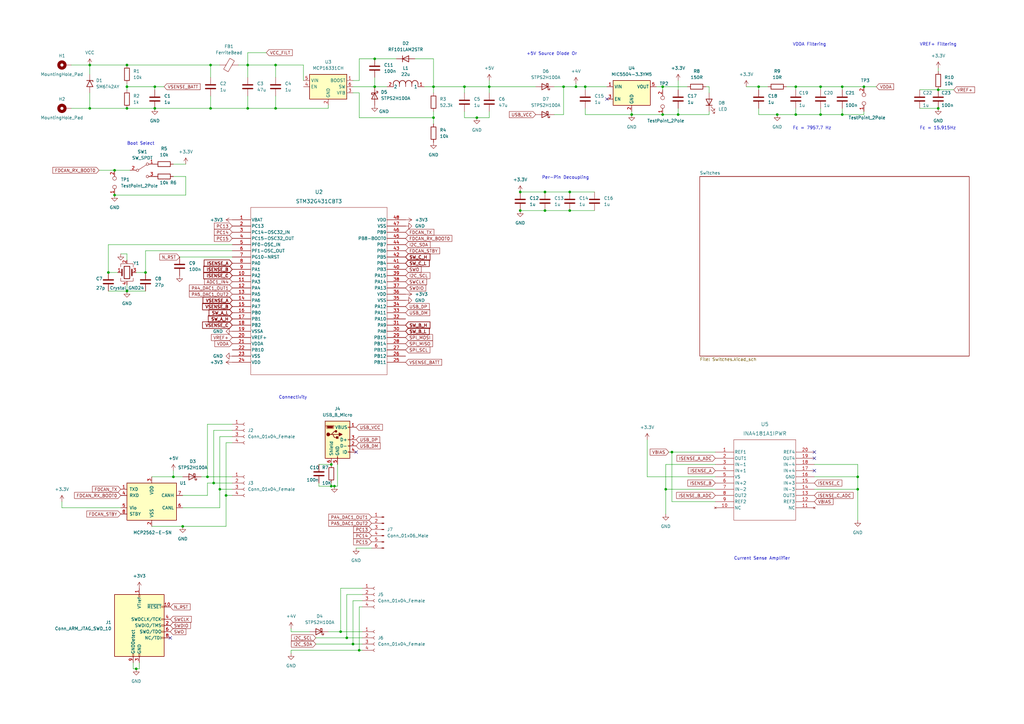
<source format=kicad_sch>
(kicad_sch (version 20211123) (generator eeschema)
  (paper "A3")
  (junction (at 384.81 44.45))
  (junction (at 259.08 46.99))
  (junction (at 190.5 35.56))
  (junction (at 273.05 200.66))
  (junction (at 137.16 199.39))
  (junction (at 354.33 35.56))
  (junction (at 101.6 26.67))
  (junction (at 223.52 86.36))
  (junction (at 71.12 195.58))
  (junction (at 139.7 259.08))
  (junction (at 153.67 35.56))
  (junction (at 85.09 195.58))
  (junction (at 113.03 26.67))
  (junction (at 336.55 35.56))
  (junction (at 113.03 44.45))
  (junction (at 52.07 35.56))
  (junction (at 147.32 266.7))
  (junction (at 213.36 78.74))
  (junction (at 142.24 261.62))
  (junction (at 63.5 44.45))
  (junction (at 36.83 44.45))
  (junction (at 63.5 35.56))
  (junction (at 233.68 78.74))
  (junction (at 213.36 86.36))
  (junction (at 351.79 195.58))
  (junction (at 271.78 35.56))
  (junction (at 52.07 119.38))
  (junction (at 74.93 215.9))
  (junction (at 345.44 35.56))
  (junction (at 55.88 274.32))
  (junction (at 144.78 264.16))
  (junction (at 233.68 86.36))
  (junction (at 86.36 26.67))
  (junction (at 44.45 111.76))
  (junction (at 59.69 111.76))
  (junction (at 52.07 44.45))
  (junction (at 351.79 200.66))
  (junction (at 153.67 24.13))
  (junction (at 384.81 36.83))
  (junction (at 240.03 35.56))
  (junction (at 86.36 44.45))
  (junction (at 345.44 46.99))
  (junction (at 318.77 46.99))
  (junction (at 271.78 46.99))
  (junction (at 87.63 198.12))
  (junction (at 231.14 35.56))
  (junction (at 236.22 35.56))
  (junction (at 135.89 190.5))
  (junction (at 177.8 48.26))
  (junction (at 326.39 46.99))
  (junction (at 46.99 69.85))
  (junction (at 278.13 46.99))
  (junction (at 101.6 44.45))
  (junction (at 311.15 35.56))
  (junction (at 200.66 35.56))
  (junction (at 46.99 80.01))
  (junction (at 90.17 200.66))
  (junction (at 92.71 203.2))
  (junction (at 36.83 26.67))
  (junction (at 326.39 35.56))
  (junction (at 195.58 48.26))
  (junction (at 336.55 46.99))
  (junction (at 275.59 185.42))
  (junction (at 135.89 199.39))
  (junction (at 52.07 26.67))
  (junction (at 177.8 35.56))
  (junction (at 223.52 78.74))
  (no_connect (at 69.85 261.62))
  (no_connect (at 334.01 193.04))
  (no_connect (at 248.92 40.64))
  (no_connect (at 146.05 185.42))
  (no_connect (at 334.01 185.42))
  (no_connect (at 334.01 187.96))
  (wire (pts (xy 377.19 36.83) (xy 384.81 36.83)))
  (wire (pts (xy 90.17 208.28) (xy 90.17 200.66)))
  (wire (pts (xy 345.44 35.56) (xy 345.44 36.83)))
  (wire (pts (xy 318.77 46.99) (xy 326.39 46.99)))
  (wire (pts (xy 311.15 46.99) (xy 318.77 46.99)))
  (wire (pts (xy 59.69 102.87) (xy 95.25 102.87)))
  (wire (pts (xy 87.63 176.53) (xy 87.63 198.12)))
  (wire (pts (xy 177.8 48.26) (xy 177.8 50.8)))
  (wire (pts (xy 275.59 205.74) (xy 293.37 205.74)))
  (wire (pts (xy 153.67 24.13) (xy 162.56 24.13)))
  (wire (pts (xy 142.24 243.84) (xy 142.24 261.62)))
  (wire (pts (xy 52.07 44.45) (xy 63.5 44.45)))
  (wire (pts (xy 311.15 44.45) (xy 311.15 46.99)))
  (wire (pts (xy 49.53 104.14) (xy 52.07 104.14)))
  (wire (pts (xy 25.4 208.28) (xy 49.53 208.28)))
  (wire (pts (xy 144.78 264.16) (xy 148.59 264.16)))
  (wire (pts (xy 86.36 39.37) (xy 86.36 44.45)))
  (wire (pts (xy 101.6 44.45) (xy 113.03 44.45)))
  (wire (pts (xy 273.05 200.66) (xy 273.05 210.82)))
  (wire (pts (xy 275.59 185.42) (xy 293.37 185.42)))
  (wire (pts (xy 86.36 26.67) (xy 52.07 26.67)))
  (wire (pts (xy 290.83 46.99) (xy 278.13 46.99)))
  (wire (pts (xy 138.43 190.5) (xy 138.43 199.39)))
  (wire (pts (xy 82.55 195.58) (xy 85.09 195.58)))
  (wire (pts (xy 36.83 44.45) (xy 52.07 44.45)))
  (wire (pts (xy 139.7 259.08) (xy 148.59 259.08)))
  (wire (pts (xy 44.45 119.38) (xy 52.07 119.38)))
  (wire (pts (xy 273.05 190.5) (xy 273.05 200.66)))
  (wire (pts (xy 170.18 24.13) (xy 177.8 24.13)))
  (wire (pts (xy 74.93 215.9) (xy 92.71 215.9)))
  (wire (pts (xy 124.46 26.67) (xy 113.03 26.67)))
  (wire (pts (xy 86.36 44.45) (xy 63.5 44.45)))
  (wire (pts (xy 233.68 86.36) (xy 243.84 86.36)))
  (wire (pts (xy 124.46 33.02) (xy 124.46 26.67)))
  (wire (pts (xy 29.21 44.45) (xy 36.83 44.45)))
  (wire (pts (xy 269.24 35.56) (xy 271.78 35.56)))
  (wire (pts (xy 92.71 181.61) (xy 92.71 203.2)))
  (wire (pts (xy 273.05 200.66) (xy 293.37 200.66)))
  (wire (pts (xy 40.64 69.85) (xy 46.99 69.85)))
  (wire (pts (xy 76.2 72.39) (xy 76.2 80.01)))
  (wire (pts (xy 36.83 26.67) (xy 36.83 30.48)))
  (wire (pts (xy 52.07 119.38) (xy 59.69 119.38)))
  (wire (pts (xy 36.83 38.1) (xy 36.83 44.45)))
  (wire (pts (xy 95.25 181.61) (xy 92.71 181.61)))
  (wire (pts (xy 119.38 267.97) (xy 119.38 266.7)))
  (wire (pts (xy 52.07 116.84) (xy 52.07 119.38)))
  (wire (pts (xy 354.33 45.72) (xy 354.33 46.99)))
  (wire (pts (xy 130.81 199.39) (xy 135.89 199.39)))
  (wire (pts (xy 336.55 46.99) (xy 345.44 46.99)))
  (wire (pts (xy 63.5 35.56) (xy 52.07 35.56)))
  (wire (pts (xy 274.32 185.42) (xy 275.59 185.42)))
  (wire (pts (xy 240.03 35.56) (xy 248.92 35.56)))
  (wire (pts (xy 278.13 44.45) (xy 278.13 46.99)))
  (wire (pts (xy 86.36 44.45) (xy 101.6 44.45)))
  (wire (pts (xy 76.2 80.01) (xy 46.99 80.01)))
  (wire (pts (xy 129.54 261.62) (xy 142.24 261.62)))
  (wire (pts (xy 311.15 35.56) (xy 311.15 36.83)))
  (wire (pts (xy 384.81 27.94) (xy 384.81 29.21)))
  (wire (pts (xy 144.78 35.56) (xy 153.67 35.56)))
  (wire (pts (xy 25.4 205.74) (xy 25.4 208.28)))
  (wire (pts (xy 95.25 176.53) (xy 87.63 176.53)))
  (wire (pts (xy 119.38 266.7) (xy 147.32 266.7)))
  (wire (pts (xy 92.71 215.9) (xy 92.71 203.2)))
  (wire (pts (xy 92.71 203.2) (xy 95.25 203.2)))
  (wire (pts (xy 231.14 35.56) (xy 227.33 35.56)))
  (wire (pts (xy 236.22 35.56) (xy 231.14 35.56)))
  (wire (pts (xy 336.55 44.45) (xy 336.55 46.99)))
  (wire (pts (xy 265.43 180.34) (xy 265.43 195.58)))
  (wire (pts (xy 101.6 26.67) (xy 113.03 26.67)))
  (wire (pts (xy 71.12 195.58) (xy 74.93 195.58)))
  (wire (pts (xy 236.22 34.29) (xy 236.22 35.56)))
  (wire (pts (xy 101.6 21.59) (xy 101.6 26.67)))
  (wire (pts (xy 90.17 179.07) (xy 90.17 200.66)))
  (wire (pts (xy 63.5 35.56) (xy 67.31 35.56)))
  (wire (pts (xy 86.36 26.67) (xy 90.17 26.67)))
  (wire (pts (xy 240.03 36.83) (xy 240.03 35.56)))
  (wire (pts (xy 71.12 193.04) (xy 71.12 195.58)))
  (wire (pts (xy 44.45 100.33) (xy 95.25 100.33)))
  (wire (pts (xy 139.7 241.3) (xy 139.7 259.08)))
  (wire (pts (xy 146.05 224.79) (xy 152.4 224.79)))
  (wire (pts (xy 334.01 200.66) (xy 351.79 200.66)))
  (wire (pts (xy 377.19 44.45) (xy 384.81 44.45)))
  (wire (pts (xy 135.89 198.12) (xy 135.89 199.39)))
  (wire (pts (xy 36.83 26.67) (xy 52.07 26.67)))
  (wire (pts (xy 195.58 48.26) (xy 200.66 48.26)))
  (wire (pts (xy 55.88 111.76) (xy 59.69 111.76)))
  (wire (pts (xy 259.08 46.99) (xy 271.78 46.99)))
  (wire (pts (xy 147.32 266.7) (xy 148.59 266.7)))
  (wire (pts (xy 259.08 45.72) (xy 259.08 46.99)))
  (wire (pts (xy 147.32 33.02) (xy 147.32 24.13)))
  (wire (pts (xy 73.66 105.41) (xy 95.25 105.41)))
  (wire (pts (xy 134.62 259.08) (xy 139.7 259.08)))
  (wire (pts (xy 177.8 45.72) (xy 177.8 48.26)))
  (wire (pts (xy 63.5 36.83) (xy 63.5 35.56)))
  (wire (pts (xy 351.79 190.5) (xy 351.79 195.58)))
  (wire (pts (xy 384.81 36.83) (xy 391.16 36.83)))
  (wire (pts (xy 119.38 259.08) (xy 119.38 257.81)))
  (wire (pts (xy 326.39 35.56) (xy 326.39 36.83)))
  (wire (pts (xy 227.33 46.99) (xy 231.14 46.99)))
  (wire (pts (xy 147.32 248.92) (xy 147.32 266.7)))
  (wire (pts (xy 190.5 35.56) (xy 190.5 38.1)))
  (wire (pts (xy 190.5 35.56) (xy 200.66 35.56)))
  (wire (pts (xy 97.79 26.67) (xy 101.6 26.67)))
  (wire (pts (xy 271.78 35.56) (xy 281.94 35.56)))
  (wire (pts (xy 213.36 86.36) (xy 223.52 86.36)))
  (wire (pts (xy 134.62 43.18) (xy 134.62 44.45)))
  (wire (pts (xy 147.32 24.13) (xy 153.67 24.13)))
  (wire (pts (xy 336.55 35.56) (xy 345.44 35.56)))
  (wire (pts (xy 354.33 46.99) (xy 345.44 46.99)))
  (wire (pts (xy 177.8 35.56) (xy 177.8 38.1)))
  (wire (pts (xy 59.69 102.87) (xy 59.69 111.76)))
  (wire (pts (xy 326.39 35.56) (xy 336.55 35.56)))
  (wire (pts (xy 278.13 33.02) (xy 278.13 36.83)))
  (wire (pts (xy 85.09 195.58) (xy 95.25 195.58)))
  (wire (pts (xy 138.43 199.39) (xy 137.16 199.39)))
  (wire (pts (xy 29.21 26.67) (xy 36.83 26.67)))
  (wire (pts (xy 271.78 46.99) (xy 278.13 46.99)))
  (wire (pts (xy 153.67 35.56) (xy 158.75 35.56)))
  (wire (pts (xy 130.81 190.5) (xy 135.89 190.5)))
  (wire (pts (xy 113.03 31.75) (xy 113.03 26.67)))
  (wire (pts (xy 345.44 35.56) (xy 354.33 35.56)))
  (wire (pts (xy 240.03 35.56) (xy 236.22 35.56)))
  (wire (pts (xy 311.15 35.56) (xy 314.96 35.56)))
  (wire (pts (xy 351.79 200.66) (xy 351.79 213.36)))
  (wire (pts (xy 52.07 35.56) (xy 52.07 36.83)))
  (wire (pts (xy 86.36 26.67) (xy 86.36 31.75)))
  (wire (pts (xy 52.07 106.68) (xy 52.07 104.14)))
  (wire (pts (xy 345.44 44.45) (xy 345.44 46.99)))
  (wire (pts (xy 231.14 46.99) (xy 231.14 35.56)))
  (wire (pts (xy 101.6 26.67) (xy 101.6 31.75)))
  (wire (pts (xy 85.09 173.99) (xy 85.09 195.58)))
  (wire (pts (xy 113.03 39.37) (xy 113.03 44.45)))
  (wire (pts (xy 119.38 259.08) (xy 127 259.08)))
  (wire (pts (xy 144.78 246.38) (xy 144.78 264.16)))
  (wire (pts (xy 101.6 39.37) (xy 101.6 44.45)))
  (wire (pts (xy 200.66 35.56) (xy 219.71 35.56)))
  (wire (pts (xy 326.39 46.99) (xy 336.55 46.99)))
  (wire (pts (xy 144.78 38.1) (xy 147.32 38.1)))
  (wire (pts (xy 52.07 34.29) (xy 52.07 35.56)))
  (wire (pts (xy 90.17 200.66) (xy 95.25 200.66)))
  (wire (pts (xy 71.12 67.31) (xy 76.2 67.31)))
  (wire (pts (xy 62.23 195.58) (xy 71.12 195.58)))
  (wire (pts (xy 95.25 179.07) (xy 90.17 179.07)))
  (wire (pts (xy 190.5 48.26) (xy 195.58 48.26)))
  (wire (pts (xy 71.12 72.39) (xy 76.2 72.39)))
  (wire (pts (xy 44.45 100.33) (xy 44.45 111.76)))
  (wire (pts (xy 275.59 185.42) (xy 275.59 205.74)))
  (wire (pts (xy 306.07 35.56) (xy 311.15 35.56)))
  (wire (pts (xy 334.01 195.58) (xy 351.79 195.58)))
  (wire (pts (xy 336.55 35.56) (xy 336.55 36.83)))
  (wire (pts (xy 326.39 46.99) (xy 326.39 44.45)))
  (wire (pts (xy 233.68 78.74) (xy 243.84 78.74)))
  (wire (pts (xy 44.45 111.76) (xy 48.26 111.76)))
  (wire (pts (xy 147.32 38.1) (xy 147.32 48.26)))
  (wire (pts (xy 200.66 35.56) (xy 200.66 33.02)))
  (wire (pts (xy 87.63 198.12) (xy 95.25 198.12)))
  (wire (pts (xy 142.24 261.62) (xy 148.59 261.62)))
  (wire (pts (xy 109.22 21.59) (xy 101.6 21.59)))
  (wire (pts (xy 271.78 35.56) (xy 271.78 36.83)))
  (wire (pts (xy 173.99 35.56) (xy 177.8 35.56)))
  (wire (pts (xy 273.05 190.5) (xy 293.37 190.5)))
  (wire (pts (xy 177.8 35.56) (xy 190.5 35.56)))
  (wire (pts (xy 85.09 203.2) (xy 85.09 198.12)))
  (wire (pts (xy 177.8 24.13) (xy 177.8 35.56)))
  (wire (pts (xy 153.67 31.75) (xy 153.67 35.56)))
  (wire (pts (xy 55.88 274.32) (xy 57.15 274.32)))
  (wire (pts (xy 223.52 86.36) (xy 233.68 86.36)))
  (wire (pts (xy 334.01 190.5) (xy 351.79 190.5)))
  (wire (pts (xy 223.52 78.74) (xy 233.68 78.74)))
  (wire (pts (xy 129.54 264.16) (xy 144.78 264.16)))
  (wire (pts (xy 57.15 274.32) (xy 57.15 271.78)))
  (wire (pts (xy 290.83 45.72) (xy 290.83 46.99)))
  (wire (pts (xy 240.03 44.45) (xy 240.03 46.99)))
  (wire (pts (xy 95.25 173.99) (xy 85.09 173.99)))
  (wire (pts (xy 290.83 35.56) (xy 290.83 38.1)))
  (wire (pts (xy 134.62 44.45) (xy 113.03 44.45)))
  (wire (pts (xy 351.79 195.58) (xy 351.79 200.66)))
  (wire (pts (xy 144.78 33.02) (xy 147.32 33.02)))
  (wire (pts (xy 322.58 35.56) (xy 326.39 35.56)))
  (wire (pts (xy 190.5 45.72) (xy 190.5 48.26)))
  (wire (pts (xy 200.66 45.72) (xy 200.66 48.26)))
  (wire (pts (xy 85.09 198.12) (xy 87.63 198.12)))
  (wire (pts (xy 62.23 215.9) (xy 74.93 215.9)))
  (wire (pts (xy 74.93 208.28) (xy 90.17 208.28)))
  (wire (pts (xy 200.66 38.1) (xy 200.66 35.56)))
  (wire (pts (xy 74.93 203.2) (xy 85.09 203.2)))
  (wire (pts (xy 148.59 248.92) (xy 147.32 248.92)))
  (wire (pts (xy 135.89 199.39) (xy 137.16 199.39)))
  (wire (pts (xy 147.32 48.26) (xy 177.8 48.26)))
  (wire (pts (xy 130.81 198.12) (xy 130.81 199.39)))
  (wire (pts (xy 240.03 46.99) (xy 259.08 46.99)))
  (wire (pts (xy 148.59 246.38) (xy 144.78 246.38)))
  (wire (pts (xy 54.61 271.78) (xy 54.61 274.32)))
  (wire (pts (xy 354.33 35.56) (xy 359.41 35.56)))
  (wire (pts (xy 148.59 243.84) (xy 142.24 243.84)))
  (wire (pts (xy 213.36 78.74) (xy 223.52 78.74)))
  (wire (pts (xy 289.56 35.56) (xy 290.83 35.56)))
  (wire (pts (xy 46.99 69.85) (xy 53.34 69.85)))
  (wire (pts (xy 265.43 195.58) (xy 293.37 195.58)))
  (wire (pts (xy 54.61 274.32) (xy 55.88 274.32)))
  (wire (pts (xy 148.59 241.3) (xy 139.7 241.3)))
  (text "Fc = 7957.7 Hz" (at 325.12 53.34 0) (effects (font (size 1.27 1.27)) (justify left bottom)))
  (text "Current Sense Amplifier" (at 300.99 229.87 0) (effects (font (size 1.27 1.27)) (justify left bottom)))
  (text "VREF+ Filtering\n" (at 377.19 19.05 0) (effects (font (size 1.27 1.27)) (justify left bottom)))
  (text "Fc = 15.915Hz " (at 377.19 53.34 0) (effects (font (size 1.27 1.27)) (justify left bottom)))
  (text "Boot Select" (at 52.07 59.69 0) (effects (font (size 1.27 1.27)) (justify left bottom)))
  (text "+5V Source Diode Or" (at 215.9 22.86 0) (effects (font (size 1.27 1.27)) (justify left bottom)))
  (text "VDDA Filtering\n" (at 325.12 19.05 0) (effects (font (size 1.27 1.27)) (justify left bottom)))
  (text "Per-Pin Decoupling" (at 222.25 73.66 0) (effects (font (size 1.27 1.27)) (justify left bottom)))
  (text "Connectivity" (at 114.3 163.83 0) (effects (font (size 1.27 1.27)) (justify left bottom)))
  (global_label "VSENSE_BATT" (shape input) (at 67.31 35.56 0) (property "Intersheet References" "${INTERSHEET_REFS}" (effects hide)))
  (global_label "VCC_FILT" (shape input) (at 109.22 21.59 0) (property "Intersheet References" "${INTERSHEET_REFS}" (effects hide)))
  (global_label "USB_VCC" (shape input) (at 219.71 46.99 180) (property "Intersheet References" "${INTERSHEET_REFS}" (effects hide)))
  (global_label "SW_C_L" (shape input) (at 166.37 107.95 0) (effects (font (thickness 0.254) bold)) (property "Intersheet References" "${INTERSHEET_REFS}" (effects hide)))
  (global_label "VSENSE_B" (shape input) (at 95.25 125.73 180) (effects (font (thickness 0.254) bold)) (property "Intersheet References" "${INTERSHEET_REFS}" (effects hide)))
  (global_label "ISENSE_B" (shape input) (at 95.25 110.49 180) (effects (font (thickness 0.254) bold)) (property "Intersheet References" "${INTERSHEET_REFS}" (effects hide)))
  (global_label "VSENSE_BATT" (shape input) (at 166.37 148.59 0) (property "Intersheet References" "${INTERSHEET_REFS}" (effects hide)))
  (global_label "N_RST" (shape input) (at 69.85 248.92 0) (property "Intersheet References" "${INTERSHEET_REFS}" (effects hide)))
  (global_label "FDCAN_TX" (shape input) (at 166.37 95.25 0) (property "Intersheet References" "${INTERSHEET_REFS}" (effects hide)))
  (global_label "FDCAN_STBY" (shape input) (at 49.53 210.82 180) (property "Intersheet References" "${INTERSHEET_REFS}" (effects hide)))
  (global_label "I2C_SDA" (shape input) (at 129.54 264.16 180) (property "Intersheet References" "${INTERSHEET_REFS}" (effects hide)))
  (global_label "PC14" (shape input) (at 95.25 95.25 180) (property "Intersheet References" "${INTERSHEET_REFS}" (effects hide)))
  (global_label "ISENSE_A" (shape input) (at 293.37 193.04 180) (property "Intersheet References" "${INTERSHEET_REFS}" (effects hide)))
  (global_label "PA5_DAC1_OUT2" (shape input) (at 95.25 120.65 180) (property "Intersheet References" "${INTERSHEET_REFS}" (effects hide)))
  (global_label "SWO" (shape input) (at 166.37 110.49 0) (property "Intersheet References" "${INTERSHEET_REFS}" (effects hide)))
  (global_label "SPI_MISO" (shape input) (at 166.37 140.97 0) (property "Intersheet References" "${INTERSHEET_REFS}" (effects hide)))
  (global_label "SW_B_L" (shape input) (at 166.37 135.89 0) (effects (font (thickness 0.254) bold)) (property "Intersheet References" "${INTERSHEET_REFS}" (effects hide)))
  (global_label "SW_C_H" (shape input) (at 166.37 105.41 0) (effects (font (thickness 0.254) bold)) (property "Intersheet References" "${INTERSHEET_REFS}" (effects hide)))
  (global_label "SWO" (shape input) (at 69.85 259.08 0) (property "Intersheet References" "${INTERSHEET_REFS}" (effects hide)))
  (global_label "N_RST" (shape input) (at 73.66 105.41 180) (property "Intersheet References" "${INTERSHEET_REFS}" (effects hide)))
  (global_label "PA4_DAC1_OUT1" (shape input) (at 95.25 118.11 180) (property "Intersheet References" "${INTERSHEET_REFS}" (effects hide)))
  (global_label "PC14" (shape input) (at 152.4 219.71 180) (property "Intersheet References" "${INTERSHEET_REFS}" (effects hide)))
  (global_label "SW_B_H" (shape input) (at 166.37 133.35 0) (effects (font (thickness 0.254) bold)) (property "Intersheet References" "${INTERSHEET_REFS}" (effects hide)))
  (global_label "SPI_MOSI" (shape input) (at 166.37 138.43 0) (property "Intersheet References" "${INTERSHEET_REFS}" (effects hide)))
  (global_label "PC15" (shape input) (at 95.25 97.79 180) (property "Intersheet References" "${INTERSHEET_REFS}" (effects hide)))
  (global_label "SWCLK" (shape input) (at 166.37 115.57 0) (property "Intersheet References" "${INTERSHEET_REFS}" (effects hide)))
  (global_label "SWDIO" (shape input) (at 166.37 118.11 0) (property "Intersheet References" "${INTERSHEET_REFS}" (effects hide)))
  (global_label "ADC1_IN4" (shape input) (at 95.25 115.57 180) (property "Intersheet References" "${INTERSHEET_REFS}" (effects hide)))
  (global_label "FDCAN_STBY" (shape input) (at 166.37 102.87 0) (property "Intersheet References" "${INTERSHEET_REFS}" (effects hide)))
  (global_label "I2C_SDA" (shape input) (at 166.37 100.33 0) (property "Intersheet References" "${INTERSHEET_REFS}" (effects hide)))
  (global_label "PA4_DAC1_OUT1" (shape input) (at 152.4 212.09 180) (property "Intersheet References" "${INTERSHEET_REFS}" (effects hide)))
  (global_label "USB_DM" (shape input) (at 146.05 182.88 0) (property "Intersheet References" "${INTERSHEET_REFS}" (effects hide)))
  (global_label "ISENSE_A" (shape input) (at 95.25 107.95 180) (effects (font (thickness 0.254) bold)) (property "Intersheet References" "${INTERSHEET_REFS}" (effects hide)))
  (global_label "ISENSE_C_ADC" (shape input) (at 334.01 203.2 0) (property "Intersheet References" "${INTERSHEET_REFS}" (effects hide)))
  (global_label "FDCAN_RX_BOOT0" (shape input) (at 166.37 97.79 0) (property "Intersheet References" "${INTERSHEET_REFS}" (effects hide)))
  (global_label "ISENSE_A_ADC" (shape input) (at 293.37 187.96 180) (property "Intersheet References" "${INTERSHEET_REFS}" (effects hide)))
  (global_label "VDDA" (shape input) (at 359.41 35.56 0) (property "Intersheet References" "${INTERSHEET_REFS}" (effects hide)))
  (global_label "PA5_DAC1_OUT2" (shape input) (at 152.4 214.63 180) (property "Intersheet References" "${INTERSHEET_REFS}" (effects hide)))
  (global_label "PC15" (shape input) (at 152.4 222.25 180) (property "Intersheet References" "${INTERSHEET_REFS}" (effects hide)))
  (global_label "ISENSE_B_ADC" (shape input) (at 293.37 203.2 180) (property "Intersheet References" "${INTERSHEET_REFS}" (effects hide)))
  (global_label "USB_DP" (shape input) (at 146.05 180.34 0) (property "Intersheet References" "${INTERSHEET_REFS}" (effects hide)))
  (global_label "ISENSE_C" (shape input) (at 95.25 113.03 180) (effects (font (thickness 0.254) bold)) (property "Intersheet References" "${INTERSHEET_REFS}" (effects hide)))
  (global_label "VDDA" (shape input) (at 95.25 140.97 180) (property "Intersheet References" "${INTERSHEET_REFS}" (effects hide)))
  (global_label "USB_VCC" (shape input) (at 146.05 175.26 0) (property "Intersheet References" "${INTERSHEET_REFS}" (effects hide)))
  (global_label "FDCAN_RX_BOOT0" (shape input) (at 40.64 69.85 180) (property "Intersheet References" "${INTERSHEET_REFS}" (effects hide)))
  (global_label "VREF+" (shape input) (at 391.16 36.83 0) (property "Intersheet References" "${INTERSHEET_REFS}" (effects hide)))
  (global_label "SPI_SCL" (shape input) (at 166.37 143.51 0) (property "Intersheet References" "${INTERSHEET_REFS}" (effects hide)))
  (global_label "FDCAN_TX" (shape input) (at 49.53 200.66 180) (property "Intersheet References" "${INTERSHEET_REFS}" (effects hide)))
  (global_label "SW_A_L" (shape input) (at 95.25 128.27 180) (effects (font (thickness 0.254) bold)) (property "Intersheet References" "${INTERSHEET_REFS}" (effects hide)))
  (global_label "ISENSE_C" (shape input) (at 334.01 198.12 0) (property "Intersheet References" "${INTERSHEET_REFS}" (effects hide)))
  (global_label "VREF+" (shape input) (at 95.25 138.43 180) (property "Intersheet References" "${INTERSHEET_REFS}" (effects hide)))
  (global_label "PC13" (shape input) (at 152.4 217.17 180) (property "Intersheet References" "${INTERSHEET_REFS}" (effects hide)))
  (global_label "ISENSE_B" (shape input) (at 293.37 198.12 180) (property "Intersheet References" "${INTERSHEET_REFS}" (effects hide)))
  (global_label "I2C_SCL" (shape input) (at 129.54 261.62 180) (property "Intersheet References" "${INTERSHEET_REFS}" (effects hide)))
  (global_label "USB_DM" (shape input) (at 166.37 128.27 0) (property "Intersheet References" "${INTERSHEET_REFS}" (effects hide)))
  (global_label "VSENSE_C" (shape input) (at 95.25 133.35 180) (effects (font (thickness 0.254) bold)) (property "Intersheet References" "${INTERSHEET_REFS}" (effects hide)))
  (global_label "FDCAN_RX_BOOT0" (shape input) (at 49.53 203.2 180) (property "Intersheet References" "${INTERSHEET_REFS}" (effects hide)))
  (global_label "VBIAS" (shape input) (at 274.32 185.42 180) (property "Intersheet References" "${INTERSHEET_REFS}" (effects hide)))
  (global_label "SWDIO" (shape input) (at 69.85 256.54 0) (property "Intersheet References" "${INTERSHEET_REFS}" (effects hide)))
  (global_label "PC13" (shape input) (at 95.25 92.71 180) (property "Intersheet References" "${INTERSHEET_REFS}" (effects hide)))
  (global_label "VSENSE_A" (shape input) (at 95.25 123.19 180) (effects (font (thickness 0.254) bold)) (property "Intersheet References" "${INTERSHEET_REFS}" (effects hide)))
  (global_label "USB_DP" (shape input) (at 166.37 125.73 0) (property "Intersheet References" "${INTERSHEET_REFS}" (effects hide)))
  (global_label "SWCLK" (shape input) (at 69.85 254 0) (property "Intersheet References" "${INTERSHEET_REFS}" (effects hide)))
  (global_label "VBIAS" (shape input) (at 334.01 205.74 0) (property "Intersheet References" "${INTERSHEET_REFS}" (effects hide)))
  (global_label "SW_A_H" (shape input) (at 95.25 130.81 180) (effects (font (thickness 0.254) bold)) (property "Intersheet References" "${INTERSHEET_REFS}" (effects hide)))
  (global_label "I2C_SCL" (shape input) (at 166.37 113.03 0) (property "Intersheet References" "${INTERSHEET_REFS}" (effects hide)))
  (symbol (lib_id "Device:C") (at 153.67 27.94 0) (unit 1)
    (property "Reference" "C11" (at 157.48 26.6699 0) (effects (justify left)))
    (property "Value" "100n" (at 157.48 29.2099 0) (effects (justify left)))
    (property "Footprint" "Capacitor_SMD:C_0603_1608Metric" (effects hide))
  )
  (symbol (lib_id "power:+3V3") (at 95.25 90.17 90) (unit 1)
    (property "Reference" "#PWR013" (effects hide))
    (property "Value" "+3V3" (at 91.44 90.1701 90) (effects (justify left)))
  )
  (symbol (lib_id "power:GND") (at 119.38 267.97 0) (unit 1)
    (property "Reference" "#PWR018" (effects hide))
    (property "Value" "GND" (at 119.38 273.05 0))
  )
  (symbol (lib_id "Device:C") (at 59.69 115.57 0) (unit 1)
    (property "Reference" "C8" (at 63.5 114.2999 0) (effects (justify left)))
    (property "Value" "27p" (at 63.5 116.8399 0) (effects (justify left)))
    (property "Footprint" "Resistor_SMD:R_0603_1608Metric" (effects hide))
  )
  (symbol (lib_id "power:GND") (at 146.05 224.79 0) (unit 1)
    (property "Reference" "#PWR020" (effects hide))
    (property "Value" "GND" (at 146.05 229.87 0))
  )
  (symbol (lib_id "power:GND") (at 351.79 213.36 0) (unit 1)
    (property "Reference" "#PWR038" (effects hide))
    (property "Value" "GND" (at 351.79 218.44 0))
  )
  (symbol (lib_id "power:+4V") (at 119.38 257.81 0) (unit 1)
    (property "Reference" "#PWR017" (effects hide))
    (property "Value" "+4V" (at 119.38 252.73 0))
  )
  (symbol (lib_id "Device:C") (at 384.81 40.64 0) (unit 1)
    (property "Reference" "C23" (at 386.08 38.1 0) (effects (justify left)))
    (property "Value" "100n" (at 386.08 43.18 0) (effects (justify left)))
    (property "Footprint" "Capacitor_SMD:C_0603_1608Metric" (effects hide))
  )
  (symbol (lib_id "power:GND") (at 95.25 146.05 270) (unit 1)
    (property "Reference" "#PWR015" (effects hide))
    (property "Value" "GND" (at 91.44 146.0501 90) (effects (justify right)))
  )
  (symbol (lib_id "Device:C") (at 213.36 82.55 0) (unit 1)
    (property "Reference" "C12" (at 217.17 81.2799 0) (effects (justify left)))
    (property "Value" "1u" (at 217.17 83.8199 0) (effects (justify left)))
    (property "Footprint" "Capacitor_SMD:C_0603_1608Metric" (effects hide))
  )
  (symbol (lib_id "power:GND") (at 55.88 274.32 0) (unit 1)
    (property "Reference" "#PWR06" (effects hide))
    (property "Value" "GND" (at 55.88 279.4 0))
  )
  (symbol (lib_id "Device:C") (at 86.36 35.56 0) (unit 1)
    (property "Reference" "C2" (at 90.17 34.2899 0) (effects (justify left)))
    (property "Value" "1u" (at 90.17 36.8299 0) (effects (justify left)))
    (property "Footprint" "Capacitor_SMD:C_0603_1608Metric" (effects hide))
  )
  (symbol (lib_id "power:+3V3") (at 166.37 90.17 270) (unit 1)
    (property "Reference" "#PWR022" (effects hide))
    (property "Value" "+3V3" (at 170.18 90.1699 90) (effects (justify left)))
  )
  (symbol (lib_id "Device:C") (at 377.19 40.64 0) (unit 1)
    (property "Reference" "C22" (at 378.46 38.1 0) (effects (justify left)))
    (property "Value" "1u" (at 378.46 43.18 0) (effects (justify left)))
    (property "Footprint" "Capacitor_SMD:C_0603_1608Metric" (effects hide))
  )
  (symbol (lib_id "Device:R") (at 318.77 35.56 270) (unit 1)
    (property "Reference" "R9" (at 318.77 29.21 90))
    (property "Value" "10R" (at 318.77 31.75 90))
    (property "Footprint" "Resistor_SMD:R_0603_1608Metric" (effects hide))
  )
  (symbol (lib_id "Device:C") (at 243.84 82.55 0) (unit 1)
    (property "Reference" "C16" (at 247.65 81.2799 0) (effects (justify left)))
    (property "Value" "1u" (at 247.65 83.8199 0) (effects (justify left)))
    (property "Footprint" "Capacitor_SMD:C_0603_1608Metric" (effects hide))
  )
  (symbol (lib_id "power:+3.3V") (at 278.13 33.02 0) (unit 1)
    (property "Reference" "#PWR035" (effects hide))
    (property "Value" "+3.3V" (at 278.13 27.94 0))
  )
  (symbol (lib_id "Diode:PMEG6030EP") (at 130.81 259.08 180) (unit 1)
    (property "Reference" "D4" (at 131.1275 252.73 0))
    (property "Value" "STPS2H100A" (at 131.1275 255.27 0))
    (property "Footprint" "Diode_SMD:D_SOD-128" (effects hide))
    (property "Datasheet" "https://assets.nexperia.com/documents/data-sheet/PMEG6030EP.pdf" (effects hide))
  )
  (symbol (lib_id "power:+3.3V") (at 306.07 35.56 0) (unit 1)
    (property "Reference" "#PWR036" (effects hide))
    (property "Value" "+3.3V" (at 306.07 30.48 0))
  )
  (symbol (lib_id "Device:C") (at 233.68 82.55 0) (unit 1)
    (property "Reference" "C14" (at 237.49 81.2799 0) (effects (justify left)))
    (property "Value" "1u" (at 237.49 83.8199 0) (effects (justify left)))
    (property "Footprint" "Capacitor_SMD:C_0603_1608Metric" (effects hide))
  )
  (symbol (lib_id "Device:FerriteBead") (at 93.98 26.67 90) (unit 1)
    (property "Reference" "FB1" (at 93.9292 19.05 90))
    (property "Value" "FerriteBead" (at 93.9292 21.59 90))
  )
  (symbol (lib_id "power:+3.3V") (at 76.2 67.31 0) (unit 1)
    (property "Reference" "#PWR012" (effects hide))
    (property "Value" "+3.3V" (at 76.2 62.23 0))
  )
  (symbol (lib_id "power:GND") (at 273.05 210.82 0) (unit 1)
    (property "Reference" "#PWR034" (effects hide))
    (property "Value" "GND" (at 273.05 215.9 0))
  )
  (symbol (lib_id "power:+3V3") (at 95.25 148.59 90) (unit 1)
    (property "Reference" "#PWR016" (effects hide))
    (property "Value" "+3V3" (at 91.44 148.5901 90) (effects (justify left)))
  )
  (symbol (lib_id "power:GND") (at 384.81 44.45 0) (unit 1)
    (property "Reference" "#PWR040" (effects hide))
    (property "Value" "GND" (at 384.81 49.53 0))
  )
  (symbol (lib_id "IND_IFSC_1515AH:IFSC1515AHER150M01") (at 158.75 35.56 0) (unit 1)
    (property "Reference" "L1" (at 166.37 27.94 0))
    (property "Value" "22u" (at 166.37 30.48 0))
    (property "Footprint" "IFSC:IND_IFSC_1515AH_VIS" (effects hide))
    (property "Datasheet" "IFSC1515AHER150M01" (effects hide))
  )
  (symbol (lib_id "Connector:TestPoint_2Pole") (at 271.78 41.91 90) (unit 1)
    (property "Reference" "TP2" (at 270.51 34.29 90) (effects (justify right)))
    (property "Value" "TestPoint_2Pole" (at 265.43 49.53 90) (effects (justify right)))
  )
  (symbol (lib_id "power:GND") (at 153.67 43.18 0) (unit 1)
    (property "Reference" "#PWR021" (effects hide))
    (property "Value" "GND" (at 157.48 45.72 0))
  )
  (symbol (lib_id "power:GND") (at 177.8 58.42 0) (unit 1)
    (property "Reference" "#PWR026" (effects hide))
    (property "Value" "GND" (at 177.8 63.5 0))
  )
  (symbol (lib_id "Diode:PMEG6030EP") (at 223.52 35.56 180) (unit 1)
    (property "Reference" "D6" (at 223.8375 29.21 0))
    (property "Value" "STPS2H100A" (at 223.8375 31.75 0))
    (property "Footprint" "Diode_SMD:D_SOD-128" (effects hide))
    (property "Datasheet" "https://assets.nexperia.com/documents/data-sheet/PMEG6030EP.pdf" (effects hide))
  )
  (symbol (lib_id "INA4181:INA4181A1IPWR") (at 293.37 185.42 0) (unit 1)
    (property "Reference" "U5" (at 313.69 173.99 0) (effects (font (size 1.524 1.524))))
    (property "Value" "INA4181A1IPWR" (at 313.69 177.8 0) (effects (font (size 1.524 1.524))))
    (property "Datasheet" "INA4181A1IPWR" (effects hide))
  )
  (symbol (lib_id "power:GND") (at 166.37 92.71 90) (unit 1)
    (property "Reference" "#PWR023" (effects hide))
    (property "Value" "GND" (at 170.18 92.7099 90) (effects (justify right)))
  )
  (symbol (lib_id "Diode:PMEG6030EP") (at 153.67 39.37 270) (unit 1)
    (property "Reference" "D5" (at 156.21 37.7824 90) (effects (justify left)))
    (property "Value" "STPS2H100A" (at 156.21 40.3224 90) (effects (justify left)))
    (property "Footprint" "Diode_SMD:D_SOD-128" (effects hide))
    (property "Datasheet" "https://assets.nexperia.com/documents/data-sheet/PMEG6030EP.pdf" (effects hide))
  )
  (symbol (lib_id "power:GND") (at 52.07 119.38 0) (unit 1)
    (property "Reference" "#PWR05" (effects hide))
    (property "Value" "GND" (at 52.07 124.46 0))
  )
  (symbol (lib_id "Device:C") (at 326.39 40.64 0) (unit 1)
    (property "Reference" "C19" (at 327.66 38.1 0) (effects (justify left)))
    (property "Value" "1u" (at 327.66 43.18 0) (effects (justify left)))
    (property "Footprint" "Capacitor_SMD:C_0603_1608Metric" (effects hide))
  )
  (symbol (lib_id "power:GND") (at 137.16 199.39 0) (unit 1)
    (property "Reference" "#PWR019" (effects hide))
    (property "Value" "GND" (effects hide))
  )
  (symbol (lib_id "Diode:PMEG6030EP") (at 223.52 46.99 180) (unit 1)
    (property "Reference" "D7" (at 223.8375 40.64 0))
    (property "Value" "STPS2H100A" (at 223.8375 43.18 0))
    (property "Footprint" "Diode_SMD:D_SOD-128" (effects hide))
    (property "Datasheet" "https://assets.nexperia.com/documents/data-sheet/PMEG6030EP.pdf" (effects hide))
  )
  (symbol (lib_id "Device:C") (at 200.66 41.91 0) (unit 1)
    (property "Reference" "C6" (at 204.47 40.6399 0) (effects (justify left)))
    (property "Value" "47u" (at 204.47 43.1799 0) (effects (justify left)))
    (property "Footprint" "Capacitor_SMD:C_1206_3216Metric" (effects hide))
  )
  (symbol (lib_id "Connector:USB_B_Micro") (at 138.43 180.34 0) (unit 1)
    (property "Reference" "J4" (at 138.43 167.64 0))
    (property "Value" "USB_B_Micro" (at 138.43 170.18 0))
    (property "Footprint" "Connector_USB:USB_Micro-B_Amphenol_10118194_Horizontal" (effects hide))
  )
  (symbol (lib_id "Device:R") (at 384.81 33.02 0) (unit 1)
    (property "Reference" "R10" (at 387.35 31.7499 0) (effects (justify left)))
    (property "Value" "10k" (at 387.35 34.2899 0) (effects (justify left)))
    (property "Footprint" "Resistor_SMD:R_0603_1608Metric" (effects hide))
  )
  (symbol (lib_id "power:GND") (at 63.5 44.45 0) (unit 1)
    (property "Reference" "#PWR08" (effects hide))
    (property "Value" "GND" (at 63.5 49.53 0))
  )
  (symbol (lib_id "Device:C") (at 345.44 40.64 0) (unit 1)
    (property "Reference" "C21" (at 346.71 38.1 0) (effects (justify left)))
    (property "Value" "100n" (at 346.71 43.18 0) (effects (justify left)))
    (property "Footprint" "Capacitor_SMD:C_0603_1608Metric" (effects hide))
  )
  (symbol (lib_id "Connector:Conn_ARM_JTAG_SWD_10") (at 57.15 256.54 0) (unit 1)
    (property "Reference" "J1" (at 45.72 255.2699 0) (effects (justify right)))
    (property "Value" "Conn_ARM_JTAG_SWD_10" (at 45.72 257.8099 0) (effects (justify right)))
    (property "Footprint" "Connector_PinSocket_1.27mm:PinSocket_2x05_P1.27mm_Vertical_SMD" (effects hide))
    (property "Datasheet" "http://infocenter.arm.com/help/topic/com.arm.doc.ddi0314h/DDI0314H_coresight_components_trm.pdf" (effects hide))
  )
  (symbol (lib_id "Connector:Conn_01x04_Female") (at 153.67 261.62 0) (unit 1)
    (property "Reference" "J6" (at 154.94 261.6199 0) (effects (justify left)))
    (property "Value" "Conn_01x04_Female" (at 154.94 264.1599 0) (effects (justify left)))
  )
  (symbol (lib_id "power:GND") (at 95.25 135.89 270) (unit 1)
    (property "Reference" "#PWR014" (effects hide))
    (property "Value" "GND" (at 91.44 135.8901 90) (effects (justify right)))
  )
  (symbol (lib_id "Diode:SM6T36A") (at 36.83 34.29 270) (unit 1)
    (property "Reference" "D1" (at 39.37 33.0199 90) (effects (justify left)))
    (property "Value" "SM6T42AY" (at 39.37 35.5599 90) (effects (justify left)))
    (property "Footprint" "Diode_SMD:D_SMB" (effects hide))
    (property "Datasheet" "https://www.st.com/resource/en/datasheet/sm6t.pdf" (effects hide))
  )
  (symbol (lib_id "Device:R") (at 52.07 40.64 0) (unit 1)
    (property "Reference" "R2" (at 54.61 39.3699 0) (effects (justify left)))
    (property "Value" "1k" (at 54.61 41.9099 0) (effects (justify left)))
  )
  (symbol (lib_id "Device:R") (at 177.8 54.61 0) (unit 1)
    (property "Reference" "R4" (at 180.34 53.3399 0) (effects (justify left)))
    (property "Value" "10k" (at 180.34 55.8799 0) (effects (justify left)))
  )
  (symbol (lib_id "Device:C") (at 336.55 40.64 0) (unit 1)
    (property "Reference" "C20" (at 337.82 38.1 0) (effects (justify left)))
    (property "Value" "1u" (at 337.82 43.18 0) (effects (justify left)))
    (property "Footprint" "Capacitor_SMD:C_0603_1608Metric" (effects hide))
  )
  (symbol (lib_id "power:+3.3V") (at 265.43 180.34 0) (unit 1)
    (property "Reference" "#PWR033" (effects hide))
    (property "Value" "+3.3V" (at 265.43 175.26 0))
  )
  (symbol (lib_id "power:GND") (at 49.53 104.14 0) (unit 1)
    (property "Reference" "#PWR04" (effects hide))
    (property "Value" "GND" (effects hide))
  )
  (symbol (lib_id "Device:R") (at 67.31 72.39 90) (unit 1)
    (property "Reference" "R6" (at 71.12 74.93 90))
    (property "Value" "10k" (at 67.31 74.93 90))
  )
  (symbol (lib_id "power:GND") (at 46.99 80.01 0) (unit 1)
    (property "Reference" "#PWR03" (effects hide))
    (property "Value" "GND" (at 46.99 85.09 0))
  )
  (symbol (lib_id "Diode:PMEG6030EP") (at 78.74 195.58 180) (unit 1)
    (property "Reference" "D3" (at 79.0575 189.23 0))
    (property "Value" "STPS2H100A" (at 79.0575 191.77 0))
    (property "Footprint" "Diode_SMD:D_SOD-128" (effects hide))
    (property "Datasheet" "https://assets.nexperia.com/documents/data-sheet/PMEG6030EP.pdf" (effects hide))
  )
  (symbol (lib_id "Connector:Conn_01x06_Male") (at 157.48 217.17 0) (mirror y) (unit 1)
    (property "Reference" "J7" (at 158.75 217.1699 0) (effects (justify right)))
    (property "Value" "Conn_01x06_Male" (at 158.75 219.7099 0) (effects (justify right)))
    (property "Footprint" "Connector_PinHeader_2.54mm:PinHeader_1x06_P2.54mm_Vertical" (effects hide))
  )
  (symbol (lib_id "power:+3.3V") (at 384.81 27.94 0) (unit 1)
    (property "Reference" "#PWR039" (effects hide))
    (property "Value" "+3.3V" (at 384.81 22.86 0))
  )
  (symbol (lib_id "power:+3V3") (at 166.37 120.65 270) (unit 1)
    (property "Reference" "#PWR024" (effects hide))
    (property "Value" "+3V3" (at 170.18 120.6499 90) (effects (justify left)))
  )
  (symbol (lib_id "Mechanical:MountingHole_Pad") (at 26.67 26.67 90) (unit 1)
    (property "Reference" "H1" (at 25.4 22.86 90))
    (property "Value" "MountingHole_Pad" (at 25.4 30.48 90))
  )
  (symbol (lib_id "Mechanical:MountingHole_Pad") (at 26.67 44.45 90) (unit 1)
    (property "Reference" "H2" (at 25.4 40.64 90))
    (property "Value" "MountingHole_Pad" (at 25.4 48.26 90))
  )
  (symbol (lib_id "Device:C") (at 63.5 40.64 0) (unit 1)
    (property "Reference" "C1" (at 67.31 39.3699 0) (effects (justify left)))
    (property "Value" "1u" (at 67.31 41.9099 0) (effects (justify left)))
    (property "Footprint" "Capacitor_SMD:C_0603_1608Metric" (effects hide))
  )
  (symbol (lib_id "power:GND") (at 213.36 86.36 0) (unit 1)
    (property "Reference" "#PWR030" (effects hide))
    (property "Value" "GND" (at 213.36 91.44 0))
  )
  (symbol (lib_id "power:+4V") (at 236.22 34.29 0) (unit 1)
    (property "Reference" "#PWR031" (effects hide))
    (property "Value" "+4V" (at 236.22 29.21 0))
  )
  (symbol (lib_id "Connector:Conn_01x04_Female") (at 100.33 198.12 0) (unit 1)
    (property "Reference" "J3" (at 101.6 198.1199 0) (effects (justify left)))
    (property "Value" "Conn_01x04_Female" (at 101.6 200.6599 0) (effects (justify left)))
  )
  (symbol (lib_id "power:GND") (at 195.58 48.26 0) (unit 1)
    (property "Reference" "#PWR027" (effects hide))
    (property "Value" "GND" (at 195.58 53.34 0))
  )
  (symbol (lib_id "Device:R") (at 285.75 35.56 90) (unit 1)
    (property "Reference" "R8" (at 285.75 29.21 90))
    (property "Value" "150R" (at 285.75 31.75 90))
  )
  (symbol (lib_id "Interface_CAN_LIN:MCP2562-E-SN") (at 62.23 205.74 0) (unit 1)
    (property "Reference" "U1" (at 73.66 198.12 0) (effects (justify left)))
    (property "Value" "MCP2562-E-SN" (at 54.61 218.44 0) (effects (justify left)))
    (property "Footprint" "Package_SO:SOIC-8_3.9x4.9mm_P1.27mm" (effects hide))
    (property "Datasheet" "http://ww1.microchip.com/downloads/en/DeviceDoc/25167A.pdf" (effects hide))
  )
  (symbol (lib_id "power:GND") (at 74.93 215.9 0) (unit 1)
    (property "Reference" "#PWR011" (effects hide))
    (property "Value" "GND" (at 74.93 220.98 0))
  )
  (symbol (lib_id "Device:C") (at 190.5 41.91 0) (unit 1)
    (property "Reference" "C5" (at 194.31 40.6399 0) (effects (justify left)))
    (property "Value" "1u" (at 194.31 43.1799 0) (effects (justify left)))
    (property "Footprint" "Capacitor_SMD:C_0603_1608Metric" (effects hide))
  )
  (symbol (lib_id "Device:LED") (at 290.83 41.91 90) (unit 1)
    (property "Reference" "D8" (at 294.64 42.2274 90) (effects (justify right)))
    (property "Value" "LED" (at 294.64 44.7674 90) (effects (justify right)))
  )
  (symbol (lib_id "Device:C") (at 73.66 109.22 0) (unit 1)
    (property "Reference" "C9" (at 77.47 107.9499 0) (effects (justify left)))
    (property "Value" "100n" (at 77.47 110.4899 0) (effects (justify left)))
    (property "Footprint" "Capacitor_SMD:C_0603_1608Metric" (effects hide))
  )
  (symbol (lib_id "Switch:SW_SPDT") (at 58.42 69.85 0) (unit 1)
    (property "Reference" "SW1" (at 58.42 62.23 0))
    (property "Value" "SW_SPDT" (at 58.42 64.77 0))
    (property "Footprint" "Button_Switch_SMD:SW_SPDT_PCM12" (effects hide))
  )
  (symbol (lib_id "Regulator_Linear:MIC5504-3.3YM5") (at 259.08 38.1 0) (unit 1)
    (property "Reference" "U4" (at 259.08 27.94 0))
    (property "Value" "MIC5504-3.3YM5" (at 259.08 30.48 0))
    (property "Footprint" "Package_TO_SOT_SMD:SOT-23-5" (effects hide))
    (property "Datasheet" "http://ww1.microchip.com/downloads/en/DeviceDoc/MIC550X.pdf" (effects hide))
  )
  (symbol (lib_id "Device:R") (at 67.31 67.31 90) (unit 1)
    (property "Reference" "R5" (at 67.31 60.96 90))
    (property "Value" "10k" (at 67.31 63.5 90))
  )
  (symbol (lib_id "power:+3.3V") (at 25.4 205.74 0) (unit 1)
    (property "Reference" "#PWR01" (effects hide))
    (property "Value" "+3.3V" (at 25.4 200.66 0))
  )
  (symbol (lib_id "Device:C") (at 311.15 40.64 0) (unit 1)
    (property "Reference" "C18" (at 314.96 39.3699 0) (effects (justify left)))
    (property "Value" "1u" (at 314.96 41.9099 0) (effects (justify left)))
    (property "Footprint" "Capacitor_SMD:C_0603_1608Metric" (effects hide))
  )
  (symbol (lib_id "STM32G431CBT6:STM32G431CBT3") (at 95.25 90.17 0) (unit 1)
    (property "Reference" "U2" (at 130.81 78.74 0) (effects (font (size 1.524 1.524))))
    (property "Value" "STM32G431CBT3" (at 130.81 82.55 0) (effects (font (size 1.524 1.524))))
    (property "Datasheet" "STM32G431CBT3" (effects hide))
  )
  (symbol (lib_id "Device:C") (at 44.45 115.57 0) (unit 1)
    (property "Reference" "C7" (at 39.37 114.3 0) (effects (justify left)))
    (property "Value" "27p" (at 39.37 118.11 0) (effects (justify left)))
    (property "Footprint" "Resistor_SMD:R_0603_1608Metric" (effects hide))
  )
  (symbol (lib_id "Device:C") (at 130.81 194.31 0) (unit 1)
    (property "Reference" "C10" (at 127 191.77 0) (effects (justify left)))
    (property "Value" "100n" (at 125.73 196.85 0) (effects (justify left)))
    (property "Footprint" "Capacitor_SMD:C_0603_1608Metric" (effects hide))
  )
  (symbol (lib_id "power:GND") (at 259.08 46.99 0) (unit 1)
    (property "Reference" "#PWR032" (effects hide))
    (property "Value" "GND" (at 259.08 52.07 0))
  )
  (symbol (lib_id "Device:C") (at 278.13 40.64 0) (unit 1)
    (property "Reference" "C17" (at 281.94 39.3699 0) (effects (justify left)))
    (property "Value" "1u" (at 281.94 41.9099 0) (effects (justify left)))
    (property "Footprint" "Capacitor_SMD:C_0603_1608Metric" (effects hide))
  )
  (symbol (lib_id "Device:R") (at 177.8 41.91 0) (unit 1)
    (property "Reference" "R3" (at 180.34 40.6399 0) (effects (justify left)))
    (property "Value" "52.3k" (at 180.34 43.1799 0) (effects (justify left)))
  )
  (symbol (lib_id "Device:C") (at 101.6 35.56 0) (unit 1)
    (property "Reference" "C3" (at 105.41 34.2899 0) (effects (justify left)))
    (property "Value" "47u" (at 105.41 36.8299 0) (effects (justify left)))
    (property "Footprint" "Capacitor_SMD:C_1206_3216Metric" (effects hide))
  )
  (symbol (lib_id "Regulator_Switching:MCP16331CH") (at 134.62 35.56 0) (unit 1)
    (property "Reference" "U3" (at 134.62 25.4 0))
    (property "Value" "MCP16331CH" (at 134.62 27.94 0))
    (property "Footprint" "Package_TO_SOT_SMD:SOT-23-6" (effects hide))
    (property "Datasheet" "http://ww1.microchip.com/downloads/en/DeviceDoc/20005308C.pdf" (effects hide))
  )
  (symbol (lib_id "power:GND") (at 166.37 123.19 90) (unit 1)
    (property "Reference" "#PWR025" (effects hide))
    (property "Value" "GND" (at 170.18 123.1899 90) (effects (justify right)))
  )
  (symbol (lib_id "Device:D") (at 166.37 24.13 0) (unit 1)
    (property "Reference" "D2" (at 166.37 17.78 0))
    (property "Value" "RF101LAM2STR" (at 166.37 20.32 0))
    (property "Footprint" "Diode_SMD:D_SOD-128" (effects hide))
  )
  (symbol (lib_id "power:GND") (at 318.77 46.99 0) (unit 1)
    (property "Reference" "#PWR037" (effects hide))
    (property "Value" "GND" (at 318.77 52.07 0))
  )
  (symbol (lib_id "power:+3.3V") (at 213.36 78.74 0) (unit 1)
    (property "Reference" "#PWR029" (effects hide))
    (property "Value" "+3.3V" (at 213.36 73.66 0))
  )
  (symbol (lib_id "power:VCC") (at 36.83 26.67 0) (unit 1)
    (property "Reference" "#PWR02" (effects hide))
    (property "Value" "VCC" (at 36.83 21.59 0))
  )
  (symbol (lib_id "power:GND") (at 73.66 113.03 0) (unit 1)
    (property "Reference" "#PWR010" (effects hide))
    (property "Value" "GND" (effects hide))
  )
  (symbol (lib_id "power:+3V3") (at 57.15 241.3 0) (unit 1)
    (property "Reference" "#PWR07" (effects hide))
    (property "Value" "+3V3" (at 57.15 236.22 0))
  )
  (symbol (lib_id "power:+5V") (at 200.66 33.02 0) (unit 1)
    (property "Reference" "#PWR028" (effects hide))
    (property "Value" "+5V" (at 200.66 27.94 0))
  )
  (symbol (lib_id "Device:C") (at 113.03 35.56 0) (unit 1)
    (property "Reference" "C4" (at 116.84 34.2899 0) (effects (justify left)))
    (property "Value" "1u" (at 116.84 36.8299 0) (effects (justify left)))
    (property "Footprint" "Capacitor_SMD:C_0603_1608Metric" (effects hide))
  )
  (symbol (lib_id "Connector:Conn_01x04_Female") (at 100.33 176.53 0) (unit 1)
    (property "Reference" "J2" (at 101.6 176.5299 0) (effects (justify left)))
    (property "Value" "Conn_01x04_Female" (at 101.6 179.0699 0) (effects (justify left)))
  )
  (symbol (lib_id "Device:C") (at 240.03 40.64 0) (unit 1)
    (property "Reference" "C15" (at 243.84 39.3699 0) (effects (justify left)))
    (property "Value" "1u" (at 243.84 41.9099 0) (effects (justify left)))
    (property "Footprint" "Capacitor_SMD:C_0603_1608Metric" (effects hide))
  )
  (symbol (lib_id "Device:Crystal_GND24") (at 52.07 111.76 0) (unit 1)
    (property "Reference" "Y1" (at 55.88 107.95 0))
    (property "Value" "Crystal_GND24" (at 52.07 118.11 0))
  )
  (symbol (lib_id "power:+5V") (at 71.12 193.04 0) (unit 1)
    (property "Reference" "#PWR09" (effects hide))
    (property "Value" "+5V" (at 71.12 187.96 0))
  )
  (symbol (lib_id "Connector:TestPoint_2Pole") (at 354.33 40.64 90) (unit 1)
    (property "Reference" "TP3" (at 353.06 33.02 90) (effects (justify right)))
    (property "Value" "TestPoint_2Pole" (at 347.98 48.26 90) (effects (justify right)))
  )
  (symbol (lib_id "Connector:TestPoint_2Pole") (at 46.99 74.93 90) (unit 1)
    (property "Reference" "TP1" (at 49.53 73.6599 90) (effects (justify right)))
    (property "Value" "TestPoint_2Pole" (at 49.53 76.1999 90) (effects (justify right)))
  )
  (symbol (lib_id "Device:R") (at 135.89 194.31 0) (unit 1)
    (property "Reference" "R7" (at 132.08 191.77 0) (effects (justify left)))
    (property "Value" "10K" (at 132.08 198.12 0) (effects (justify left)))
    (property "Footprint" "Resistor_SMD:R_0603_1608Metric" (effects hide))
  )
  (symbol (lib_id "Connector:Conn_01x04_Female") (at 153.67 243.84 0) (unit 1)
    (property "Reference" "J5" (at 154.94 243.8399 0) (effects (justify left)))
    (property "Value" "Conn_01x04_Female" (at 154.94 246.3799 0) (effects (justify left)))
  )
  (symbol (lib_id "Device:C") (at 223.52 82.55 0) (unit 1)
    (property "Reference" "C13" (at 227.33 81.2799 0) (effects (justify left)))
    (property "Value" "1u" (at 227.33 83.8199 0) (effects (justify left)))
    (property "Footprint" "Capacitor_SMD:C_0603_1608Metric" (effects hide))
  )
  (symbol (lib_id "Device:R") (at 52.07 30.48 0) (unit 1)
    (property "Reference" "R1" (at 54.61 29.2099 0) (effects (justify left)))
    (property "Value" "10k" (at 54.61 31.7499 0) (effects (justify left)))
  )
  (sheet (at 287.02 72.39) (size 110.49 73.66) (stroke (width 0.1524))
    (property "Sheet name" "Switches" (at 287.02 71.6784 0) (effects (justify left bottom)))
    (property "Sheet file" "Switches.kicad_sch" (at 287.02 146.6346 0) (effects (justify left top)))
  )
)
</source>
